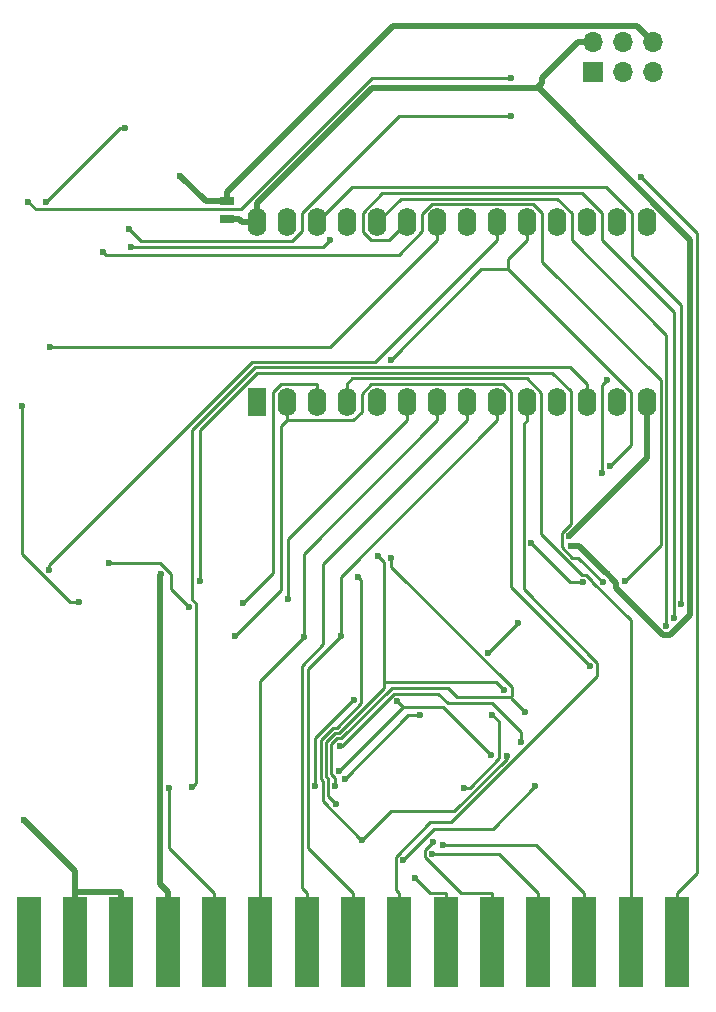
<source format=gbl>
G04 #@! TF.GenerationSoftware,KiCad,Pcbnew,(2018-02-09 revision dba198e57)-makepkg*
G04 #@! TF.CreationDate,2018-02-11T15:57:52+01:00*
G04 #@! TF.ProjectId,videopaccart,766964656F706163636172742E6B6963,rev?*
G04 #@! TF.SameCoordinates,Original*
G04 #@! TF.FileFunction,Copper,L2,Bot,Signal*
G04 #@! TF.FilePolarity,Positive*
%FSLAX46Y46*%
G04 Gerber Fmt 4.6, Leading zero omitted, Abs format (unit mm)*
G04 Created by KiCad (PCBNEW (2018-02-09 revision dba198e57)-makepkg) date 02/11/18 15:57:52*
%MOMM*%
%LPD*%
G01*
G04 APERTURE LIST*
%ADD10R,2.000000X7.700000*%
%ADD11R,1.700000X1.700000*%
%ADD12O,1.700000X1.700000*%
%ADD13O,1.600000X2.400000*%
%ADD14R,1.600000X2.400000*%
%ADD15R,1.143000X0.635000*%
%ADD16C,0.600000*%
%ADD17C,0.500000*%
%ADD18C,0.250000*%
G04 APERTURE END LIST*
D10*
X175920000Y-127000000D03*
X179840000Y-127000000D03*
X172000000Y-127000000D03*
X164160000Y-127000000D03*
X168080000Y-127000000D03*
X144560000Y-127000000D03*
X148480000Y-127000000D03*
X152400000Y-127000000D03*
X156320000Y-127000000D03*
X160240000Y-127000000D03*
X140640000Y-127000000D03*
X136720000Y-127000000D03*
X132800000Y-127000000D03*
X128880000Y-127000000D03*
X124960000Y-127000000D03*
D11*
X172720000Y-53340000D03*
D12*
X172720000Y-50800000D03*
X175260000Y-53340000D03*
X175260000Y-50800000D03*
X177800000Y-53340000D03*
X177800000Y-50800000D03*
D13*
X144272000Y-66040000D03*
X177292000Y-81280000D03*
X146812000Y-66040000D03*
X174752000Y-81280000D03*
X149352000Y-66040000D03*
X172212000Y-81280000D03*
X151892000Y-66040000D03*
X169672000Y-81280000D03*
X154432000Y-66040000D03*
X167132000Y-81280000D03*
X156972000Y-66040000D03*
X164592000Y-81280000D03*
X159512000Y-66040000D03*
X162052000Y-81280000D03*
X162052000Y-66040000D03*
X159512000Y-81280000D03*
X164592000Y-66040000D03*
X156972000Y-81280000D03*
X167132000Y-66040000D03*
X154432000Y-81280000D03*
X169672000Y-66040000D03*
X151892000Y-81280000D03*
X172212000Y-66040000D03*
X149352000Y-81280000D03*
X174752000Y-66040000D03*
X146812000Y-81280000D03*
X177292000Y-66040000D03*
D14*
X144272000Y-81280000D03*
D15*
X141732000Y-64262000D03*
X141732000Y-65786000D03*
D16*
X137789900Y-62086800D03*
X170720600Y-92582000D03*
X124555900Y-116631500D03*
X164126400Y-111161600D03*
X156129100Y-106567600D03*
X151224400Y-112470900D03*
X138783300Y-113836300D03*
X158096000Y-107767400D03*
X151721200Y-113148100D03*
X152462600Y-106504600D03*
X149189200Y-113788100D03*
X150899900Y-113776600D03*
X155652300Y-94461500D03*
X166925900Y-107495400D03*
X154559000Y-94292000D03*
X150939600Y-115239900D03*
X165182600Y-105627600D03*
X153206000Y-118314600D03*
X152836900Y-96087400D03*
X165404800Y-111222200D03*
X174136300Y-86637800D03*
X155628100Y-77669800D03*
X180211300Y-98308400D03*
X172453200Y-103580900D03*
X142450200Y-101022300D03*
X179561400Y-99563200D03*
X178921300Y-100239900D03*
X151371600Y-101025300D03*
X148239200Y-101148900D03*
X159108200Y-119515800D03*
X146939000Y-97955500D03*
X159166300Y-118483800D03*
X160007700Y-118718000D03*
X143129000Y-98229500D03*
X176809900Y-62231800D03*
X170897300Y-93419400D03*
X136165600Y-95797900D03*
X163829500Y-102462300D03*
X166372500Y-99956100D03*
X173463000Y-87288000D03*
X173944400Y-79345200D03*
X164204000Y-107709300D03*
X161844000Y-113903500D03*
X136852400Y-113932100D03*
X126664800Y-95504000D03*
X157694000Y-121589000D03*
X126380300Y-64293400D03*
X133134100Y-58010700D03*
X139427100Y-96359700D03*
X173583600Y-96507800D03*
X156665400Y-120008000D03*
X167845500Y-113781600D03*
X124416900Y-81614500D03*
X129204300Y-98182600D03*
X166631600Y-110023200D03*
X151345100Y-110349200D03*
X138528000Y-98574200D03*
X131715800Y-94845500D03*
X126771200Y-76614600D03*
X131239000Y-68515700D03*
X175405700Y-96366400D03*
X167475900Y-93149500D03*
X171898300Y-96490800D03*
X165774700Y-57036400D03*
X133469500Y-66600800D03*
X150477400Y-67507400D03*
X133618400Y-68134400D03*
X165761500Y-53848000D03*
X124869500Y-64273700D03*
D17*
X132800000Y-127000000D02*
X132800000Y-122699700D01*
X128880000Y-127000000D02*
X128880000Y-122874800D01*
X139965100Y-64262000D02*
X137789900Y-62086800D01*
X141732000Y-64262000D02*
X139965100Y-64262000D01*
X176442900Y-49442900D02*
X177800000Y-50800000D01*
X155783300Y-49442900D02*
X176442900Y-49442900D01*
X141732000Y-63494200D02*
X155783300Y-49442900D01*
X141732000Y-64262000D02*
X141732000Y-63494200D01*
X128880000Y-122874800D02*
X128880000Y-122699700D01*
X128880000Y-122699700D02*
X132800000Y-122699700D01*
X128880000Y-120955600D02*
X124555900Y-116631500D01*
X128880000Y-122699700D02*
X128880000Y-120955600D01*
X177292000Y-86010600D02*
X170720600Y-92582000D01*
X177292000Y-81280000D02*
X177292000Y-86010600D01*
D18*
X156628400Y-107066900D02*
X151224400Y-112470900D01*
X156628400Y-107066900D02*
X156129100Y-106567600D01*
X160031700Y-107066900D02*
X164126400Y-111161600D01*
X156628400Y-107066900D02*
X160031700Y-107066900D01*
X172212000Y-81280000D02*
X172212000Y-79754700D01*
X170770600Y-78313300D02*
X172212000Y-79754700D01*
X144067600Y-78313300D02*
X170770600Y-78313300D01*
X138783400Y-83597500D02*
X144067600Y-78313300D01*
X138783400Y-97945200D02*
X138783400Y-83597500D01*
X139153300Y-98315100D02*
X138783400Y-97945200D01*
X139153300Y-113466300D02*
X139153300Y-98315100D01*
X138783300Y-113836300D02*
X139153300Y-113466300D01*
X157101900Y-107767400D02*
X151721200Y-113148100D01*
X158096000Y-107767400D02*
X157101900Y-107767400D01*
X149189200Y-109710100D02*
X149189200Y-113788100D01*
X152394700Y-106504600D02*
X149189200Y-109710100D01*
X152462600Y-106504600D02*
X152394700Y-106504600D01*
X165753200Y-106322700D02*
X165753200Y-106252900D01*
X166925900Y-107495400D02*
X165753200Y-106322700D01*
X155652300Y-95179700D02*
X155652300Y-94461500D01*
X165835900Y-105363300D02*
X155652300Y-95179700D01*
X165835900Y-106170200D02*
X165835900Y-105363300D01*
X165753200Y-106252900D02*
X165835900Y-106170200D01*
X150899900Y-113100600D02*
X150899900Y-113776600D01*
X150580200Y-112780900D02*
X150899900Y-113100600D01*
X150580200Y-110229800D02*
X150580200Y-112780900D01*
X151086100Y-109723900D02*
X150580200Y-110229800D01*
X151422600Y-109723900D02*
X151086100Y-109723900D01*
X155684000Y-105462500D02*
X151422600Y-109723900D01*
X160439500Y-105462500D02*
X155684000Y-105462500D01*
X161229900Y-106252900D02*
X160439500Y-105462500D01*
X165753200Y-106252900D02*
X161229900Y-106252900D01*
X164546500Y-104991500D02*
X155040500Y-104991500D01*
X165182600Y-105627600D02*
X164546500Y-104991500D01*
X155040500Y-94773500D02*
X155040500Y-104991500D01*
X154559000Y-94292000D02*
X155040500Y-94773500D01*
X150273700Y-114574000D02*
X150939600Y-115239900D01*
X150273700Y-113111300D02*
X150273700Y-114574000D01*
X150129900Y-112967500D02*
X150273700Y-113111300D01*
X150129900Y-110043200D02*
X150129900Y-112967500D01*
X150899500Y-109273600D02*
X150129900Y-110043200D01*
X151236000Y-109273600D02*
X150899500Y-109273600D01*
X155040500Y-105469100D02*
X151236000Y-109273600D01*
X155040500Y-104991500D02*
X155040500Y-105469100D01*
X155608700Y-115911900D02*
X153206000Y-118314600D01*
X160941800Y-115911900D02*
X155608700Y-115911900D01*
X165404800Y-111448900D02*
X160941800Y-115911900D01*
X165404800Y-111222200D02*
X165404800Y-111448900D01*
X153099200Y-118314600D02*
X153206000Y-118314600D01*
X149823400Y-115038800D02*
X153099200Y-118314600D01*
X149823400Y-113297900D02*
X149823400Y-115038800D01*
X149679600Y-113154100D02*
X149823400Y-113297900D01*
X149679600Y-109856600D02*
X149679600Y-113154100D01*
X150712900Y-108823300D02*
X149679600Y-109856600D01*
X151049400Y-108823300D02*
X150712900Y-108823300D01*
X153103200Y-106769500D02*
X151049400Y-108823300D01*
X153103200Y-96353700D02*
X153103200Y-106769500D01*
X152836900Y-96087400D02*
X153103200Y-96353700D01*
X167132000Y-66040000D02*
X167132000Y-67565300D01*
X165521500Y-69175800D02*
X165521500Y-70025200D01*
X167132000Y-67565300D02*
X165521500Y-69175800D01*
X175908800Y-84865300D02*
X174136300Y-86637800D01*
X175908800Y-80412500D02*
X175908800Y-84865300D01*
X165521500Y-70025200D02*
X175908800Y-80412500D01*
X163272700Y-70025200D02*
X155628100Y-77669800D01*
X165521500Y-70025200D02*
X163272700Y-70025200D01*
X180211300Y-73073100D02*
X180211300Y-98308400D01*
X176022000Y-68883800D02*
X180211300Y-73073100D01*
X176022000Y-65269900D02*
X176022000Y-68883800D01*
X173836200Y-63084100D02*
X176022000Y-65269900D01*
X152307900Y-63084100D02*
X173836200Y-63084100D01*
X149352000Y-66040000D02*
X152307900Y-63084100D01*
X146812000Y-81280000D02*
X146812000Y-82805300D01*
X165788100Y-96915800D02*
X172453200Y-103580900D01*
X165788100Y-80427400D02*
X165788100Y-96915800D01*
X165104600Y-79743900D02*
X165788100Y-80427400D01*
X153965300Y-79743900D02*
X165104600Y-79743900D01*
X153162000Y-80547200D02*
X153965300Y-79743900D01*
X153162000Y-82060600D02*
X153162000Y-80547200D01*
X152417300Y-82805300D02*
X153162000Y-82060600D01*
X146812000Y-82805300D02*
X152417300Y-82805300D01*
X146313600Y-97158900D02*
X142450200Y-101022300D01*
X146313600Y-83303700D02*
X146313600Y-97158900D01*
X146812000Y-82805300D02*
X146313600Y-83303700D01*
X179561400Y-73644800D02*
X179561400Y-99563200D01*
X173482000Y-67565400D02*
X179561400Y-73644800D01*
X173482000Y-65249800D02*
X173482000Y-67565400D01*
X171803500Y-63571300D02*
X173482000Y-65249800D01*
X154886200Y-63571300D02*
X171803500Y-63571300D01*
X153250500Y-65207000D02*
X154886200Y-63571300D01*
X153250500Y-66869700D02*
X153250500Y-65207000D01*
X153949900Y-67569100D02*
X153250500Y-66869700D01*
X155442900Y-67569100D02*
X153949900Y-67569100D01*
X156972000Y-66040000D02*
X155442900Y-67569100D01*
X178921300Y-75544700D02*
X178921300Y-100239900D01*
X170942000Y-67565400D02*
X178921300Y-75544700D01*
X170942000Y-65283700D02*
X170942000Y-67565400D01*
X169680000Y-64021700D02*
X170942000Y-65283700D01*
X156450300Y-64021700D02*
X169680000Y-64021700D01*
X154432000Y-66040000D02*
X156450300Y-64021700D01*
X167132000Y-81280000D02*
X167132000Y-82805300D01*
X156320000Y-127000000D02*
X156320000Y-122824700D01*
X156040100Y-122544800D02*
X156320000Y-122824700D01*
X156040100Y-119727700D02*
X156040100Y-122544800D01*
X158941800Y-116826000D02*
X156040100Y-119727700D01*
X160718800Y-116826000D02*
X158941800Y-116826000D01*
X173078500Y-104466300D02*
X160718800Y-116826000D01*
X173078500Y-103321800D02*
X173078500Y-104466300D01*
X166850600Y-97093900D02*
X173078500Y-103321800D01*
X166850600Y-83086700D02*
X166850600Y-97093900D01*
X167132000Y-82805300D02*
X166850600Y-83086700D01*
X164592000Y-81280000D02*
X164592000Y-82805300D01*
X152400000Y-127000000D02*
X152400000Y-122824700D01*
X148563900Y-103833000D02*
X151371600Y-101025300D01*
X148563900Y-118988600D02*
X148563900Y-103833000D01*
X152400000Y-122824700D02*
X148563900Y-118988600D01*
X151371600Y-96025700D02*
X151371600Y-101025300D01*
X164592000Y-82805300D02*
X151371600Y-96025700D01*
X148074600Y-122419300D02*
X148480000Y-122824700D01*
X148074600Y-103578800D02*
X148074600Y-122419300D01*
X149879100Y-101774300D02*
X148074600Y-103578800D01*
X149879100Y-94978200D02*
X149879100Y-101774300D01*
X162052000Y-82805300D02*
X149879100Y-94978200D01*
X162052000Y-81280000D02*
X162052000Y-82805300D01*
X148480000Y-127000000D02*
X148480000Y-122824700D01*
X159512000Y-81280000D02*
X159512000Y-82805300D01*
X144560000Y-127000000D02*
X144560000Y-122824700D01*
X148239200Y-94078100D02*
X148239200Y-101148900D01*
X159512000Y-82805300D02*
X148239200Y-94078100D01*
X144560000Y-104828100D02*
X148239200Y-101148900D01*
X144560000Y-122824700D02*
X144560000Y-104828100D01*
X164771100Y-119515800D02*
X168080000Y-122824700D01*
X159108200Y-119515800D02*
X164771100Y-119515800D01*
X168080000Y-127000000D02*
X168080000Y-122824700D01*
X156972000Y-81280000D02*
X156972000Y-82805300D01*
X146939000Y-92838300D02*
X146939000Y-97955500D01*
X156972000Y-82805300D02*
X146939000Y-92838300D01*
X164160000Y-127000000D02*
X164160000Y-122824700D01*
X161532800Y-122824700D02*
X164160000Y-122824700D01*
X158482900Y-119774800D02*
X161532800Y-122824700D01*
X158482900Y-119167200D02*
X158482900Y-119774800D01*
X159166300Y-118483800D02*
X158482900Y-119167200D01*
X172000000Y-127000000D02*
X172000000Y-122824700D01*
X167893300Y-118718000D02*
X160007700Y-118718000D01*
X172000000Y-122824700D02*
X167893300Y-118718000D01*
X145636400Y-95722100D02*
X143129000Y-98229500D01*
X145636400Y-80422100D02*
X145636400Y-95722100D01*
X146303800Y-79754700D02*
X145636400Y-80422100D01*
X149352000Y-79754700D02*
X146303800Y-79754700D01*
X149352000Y-81280000D02*
X149352000Y-79754700D01*
X179840000Y-127000000D02*
X179840000Y-122824700D01*
X181555300Y-66977200D02*
X176809900Y-62231800D01*
X181555300Y-121109400D02*
X181555300Y-66977200D01*
X179840000Y-122824700D02*
X181555300Y-121109400D01*
X151892000Y-81280000D02*
X151892000Y-79867300D01*
X175920000Y-127000000D02*
X175920000Y-122824700D01*
X151892000Y-79683000D02*
X151892000Y-79867300D01*
X152332000Y-79243000D02*
X151892000Y-79683000D01*
X167119000Y-79243000D02*
X152332000Y-79243000D01*
X168351500Y-80475500D02*
X167119000Y-79243000D01*
X168351500Y-92451400D02*
X168351500Y-80475500D01*
X171765600Y-95865500D02*
X168351500Y-92451400D01*
X172157400Y-95865500D02*
X171765600Y-95865500D01*
X172666800Y-96374900D02*
X172157400Y-95865500D01*
X172666800Y-96475300D02*
X172666800Y-96374900D01*
X175919900Y-99728400D02*
X172666800Y-96475300D01*
X175920000Y-99728400D02*
X175919900Y-99728400D01*
X175920000Y-122824700D02*
X175920000Y-99728400D01*
D17*
X141732000Y-65786000D02*
X142753800Y-65786000D01*
X172720000Y-50800000D02*
X171419700Y-50800000D01*
X143007800Y-66040000D02*
X144272000Y-66040000D01*
X142753800Y-65786000D02*
X143007800Y-66040000D01*
X144272000Y-66040000D02*
X144272000Y-64389700D01*
X136720000Y-127000000D02*
X136720000Y-122699700D01*
X168412300Y-54248100D02*
X168069100Y-54591300D01*
X168412300Y-53807400D02*
X168412300Y-54248100D01*
X171419700Y-50800000D02*
X168412300Y-53807400D01*
X154021300Y-54640400D02*
X144272000Y-64389700D01*
X168020000Y-54640400D02*
X154021300Y-54640400D01*
X168069100Y-54591300D02*
X168020000Y-54640400D01*
X171508000Y-93419400D02*
X170897300Y-93419400D01*
X173846100Y-95757500D02*
X171508000Y-93419400D01*
X173894500Y-95757500D02*
X173846100Y-95757500D01*
X174333900Y-96196900D02*
X173894500Y-95757500D01*
X174333900Y-96245300D02*
X174333900Y-96196900D01*
X174655400Y-96566800D02*
X174333900Y-96245300D01*
X174655400Y-97035100D02*
X174655400Y-96566800D01*
X178631500Y-101011200D02*
X174655400Y-97035100D01*
X179244500Y-101011200D02*
X178631500Y-101011200D01*
X180975600Y-99280100D02*
X179244500Y-101011200D01*
X180975600Y-67497900D02*
X180975600Y-99280100D01*
X168069100Y-54591300D02*
X180975600Y-67497900D01*
X136079900Y-95883600D02*
X136165600Y-95797900D01*
X136079900Y-122059600D02*
X136079900Y-95883600D01*
X136720000Y-122699700D02*
X136079900Y-122059600D01*
D18*
X166335700Y-99956100D02*
X163829500Y-102462300D01*
X166372500Y-99956100D02*
X166335700Y-99956100D01*
X173463000Y-79826600D02*
X173463000Y-87288000D01*
X173944400Y-79345200D02*
X173463000Y-79826600D01*
X162271300Y-113903500D02*
X161844000Y-113903500D01*
X164779500Y-111395300D02*
X162271300Y-113903500D01*
X164779500Y-108284800D02*
X164779500Y-111395300D01*
X164204000Y-107709300D02*
X164779500Y-108284800D01*
X140640000Y-127000000D02*
X140640000Y-122824700D01*
X136852400Y-119037100D02*
X136852400Y-113932100D01*
X140640000Y-122824700D02*
X136852400Y-119037100D01*
X164592000Y-66040000D02*
X164592000Y-67565300D01*
X126664800Y-95079200D02*
X126664800Y-95504000D01*
X143881000Y-77863000D02*
X126664800Y-95079200D01*
X154294300Y-77863000D02*
X143881000Y-77863000D01*
X164592000Y-67565300D02*
X154294300Y-77863000D01*
X158929700Y-122824700D02*
X160240000Y-122824700D01*
X157694000Y-121589000D02*
X158929700Y-122824700D01*
X160240000Y-127000000D02*
X160240000Y-122824700D01*
X132663000Y-58010700D02*
X126380300Y-64293400D01*
X133134100Y-58010700D02*
X132663000Y-58010700D01*
X139427100Y-83590700D02*
X139427100Y-96359700D01*
X144254200Y-78763600D02*
X139427100Y-83590700D01*
X169228100Y-78763600D02*
X144254200Y-78763600D01*
X170820800Y-80356300D02*
X169228100Y-78763600D01*
X170820800Y-91575300D02*
X170820800Y-80356300D01*
X170070700Y-92325400D02*
X170820800Y-91575300D01*
X170070700Y-93507000D02*
X170070700Y-92325400D01*
X170983800Y-94420100D02*
X170070700Y-93507000D01*
X171495900Y-94420100D02*
X170983800Y-94420100D01*
X173583600Y-96507800D02*
X171495900Y-94420100D01*
X164218900Y-117408200D02*
X167845500Y-113781600D01*
X159265200Y-117408200D02*
X164218900Y-117408200D01*
X156665400Y-120008000D02*
X159265200Y-117408200D01*
X124416900Y-94140400D02*
X124416900Y-81614500D01*
X128459100Y-98182600D02*
X124416900Y-94140400D01*
X129204300Y-98182600D02*
X128459100Y-98182600D01*
X136101900Y-94845500D02*
X131715800Y-94845500D01*
X137023200Y-95766800D02*
X136101900Y-94845500D01*
X137023200Y-97069400D02*
X137023200Y-95766800D01*
X138528000Y-98574200D02*
X137023200Y-97069400D01*
X166631600Y-109170900D02*
X166631600Y-110023200D01*
X164211600Y-106750900D02*
X166631600Y-109170900D01*
X160448000Y-106750900D02*
X164211600Y-106750900D01*
X159639300Y-105942200D02*
X160448000Y-106750900D01*
X155841200Y-105942200D02*
X159639300Y-105942200D01*
X151434200Y-110349200D02*
X155841200Y-105942200D01*
X151345100Y-110349200D02*
X151434200Y-110349200D01*
X159512000Y-66040000D02*
X159512000Y-67565300D01*
X150462700Y-76614600D02*
X126771200Y-76614600D01*
X159512000Y-67565300D02*
X150462700Y-76614600D01*
X178458500Y-93313600D02*
X175405700Y-96366400D01*
X178458500Y-79411100D02*
X178458500Y-93313600D01*
X168402000Y-69354600D02*
X178458500Y-79411100D01*
X168402000Y-65278400D02*
X168402000Y-69354600D01*
X167601900Y-64478300D02*
X168402000Y-65278400D01*
X159060700Y-64478300D02*
X167601900Y-64478300D01*
X158242000Y-65297000D02*
X159060700Y-64478300D01*
X158242000Y-66790800D02*
X158242000Y-65297000D01*
X156268100Y-68764700D02*
X158242000Y-66790800D01*
X131488000Y-68764700D02*
X156268100Y-68764700D01*
X131239000Y-68515700D02*
X131488000Y-68764700D01*
X170817200Y-96490800D02*
X171898300Y-96490800D01*
X167475900Y-93149500D02*
X170817200Y-96490800D01*
X156313700Y-57036400D02*
X165774700Y-57036400D01*
X148082000Y-65268100D02*
X156313700Y-57036400D01*
X148082000Y-66775800D02*
X148082000Y-65268100D01*
X147257700Y-67600100D02*
X148082000Y-66775800D01*
X134468800Y-67600100D02*
X147257700Y-67600100D01*
X133469500Y-66600800D02*
X134468800Y-67600100D01*
X149850400Y-68134400D02*
X133618400Y-68134400D01*
X150477400Y-67507400D02*
X149850400Y-68134400D01*
X153989700Y-53848000D02*
X165761500Y-53848000D01*
X142894300Y-64943400D02*
X153989700Y-53848000D01*
X125539200Y-64943400D02*
X142894300Y-64943400D01*
X124869500Y-64273700D02*
X125539200Y-64943400D01*
M02*

</source>
